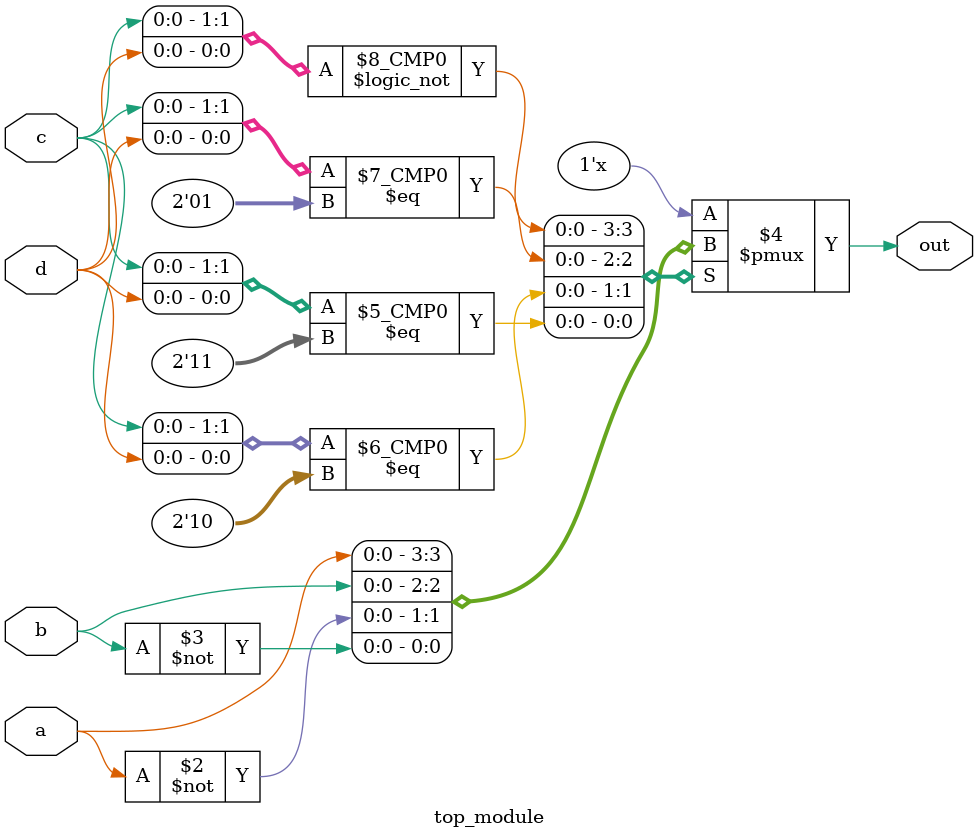
<source format=sv>
module top_module (
	input a, 
	input b,
	input c,
	input d,
	output out
);

reg out;

always@(a or b or c or d)
begin
	case({c, d})
		2'b00: out = a;
		2'b01: out = b;
		2'b10: out = ~a;
		2'b11: out = ~b;
	endcase
end

endmodule

</source>
